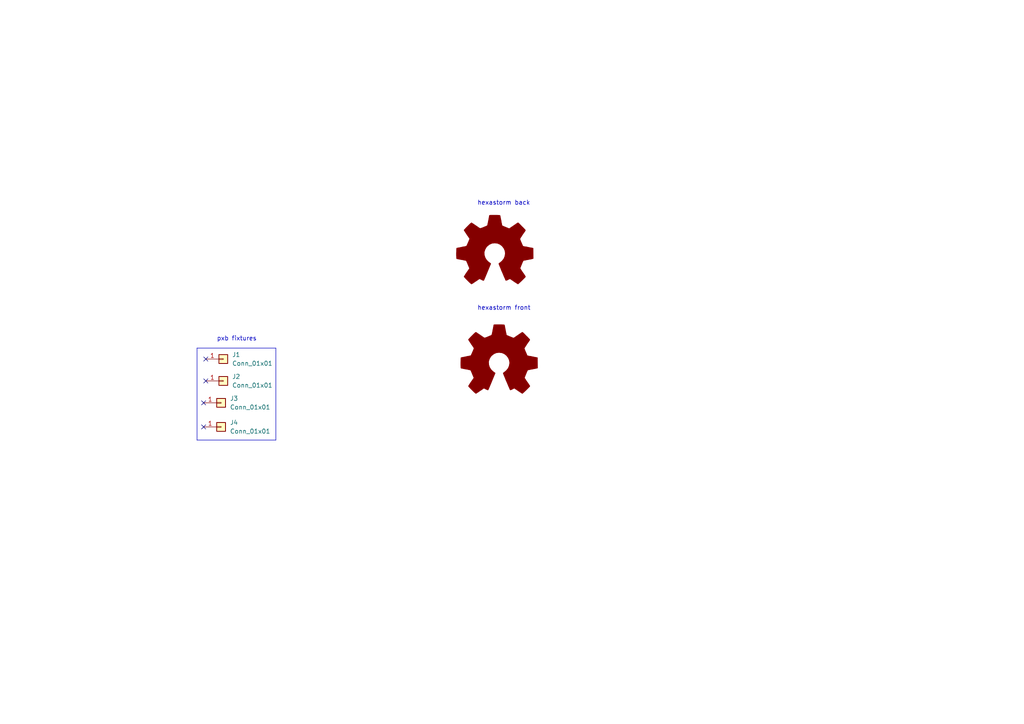
<source format=kicad_sch>
(kicad_sch (version 20230121) (generator eeschema)
  (paper "A4")
  (lib_symbols
    (symbol "Connector_Generic:Conn_01x01" (pin_names (offset 1.016) hide)
      (property "Reference" "J" (at 0 2.54 0))
      (property "Value" "Conn_01x01" (at 0 -2.54 0))
      (symbol "Conn_01x01_1_1"
        (rectangle (start -1.27 0.127) (end 0 -0.127) (stroke (width 0.1524)))
        (rectangle (start -1.27 1.27) (end 1.27 -1.27) (stroke (width 0.254)) (fill (type background)))
        (pin passive line (at -5.08 0 0) (length 3.81) (name "Pin_1") (number "1"))
      )
    )
    (symbol "Graphic:Logo_Open_Hardware_Large" (pin_names (offset 1.016))
      (symbol "Logo_Open_Hardware_Large_1_1"
        (polyline (pts (xy 6.731 -8.7122) (xy 6.6294 -8.6614) (xy 6.35 -8.4836) (xy 5.9944 -8.255) (xy 5.5372 -7.9502) (xy 5.1054 -7.6454) (xy 4.7498 -7.4168) (xy 4.4958 -7.239) (xy 4.3942 -7.1882) (xy 4.318 -7.2136) (xy 4.1148 -7.3152) (xy 3.81 -7.4676) (xy 3.6322 -7.5692) (xy 3.3528 -7.6708) (xy 3.2258 -7.6962) (xy 3.2004 -7.6708) (xy 3.0988 -7.4676) (xy 2.9464 -7.0866) (xy 2.7178 -6.604) (xy 2.4892 -6.0452) (xy 2.2352 -5.4356) (xy 1.9558 -4.826) (xy 1.7272 -4.2164) (xy 1.4986 -3.683) (xy 1.3208 -3.2512) (xy 1.2192 -2.9464) (xy 1.1684 -2.8194) (xy 1.1938 -2.794) (xy 1.3208 -2.667) (xy 1.5748 -2.4892) (xy 2.0828 -2.0574) (xy 2.6162 -1.397) (xy 2.921 -0.6604) (xy 3.048 0.1524) (xy 2.9464 0.9144) (xy 2.6416 1.6256) (xy 2.1336 2.286) (xy 1.524 2.7686) (xy 0.8128 3.0734) (xy 0 3.175) (xy -0.762 3.0988) (xy -1.4986 2.794) (xy -2.159 2.286) (xy -2.4384 1.9812) (xy -2.8194 1.3208) (xy -3.048 0.6096) (xy -3.0734 0.4318) (xy -3.0226 -0.3556) (xy -2.794 -1.0922) (xy -2.3876 -1.7526) (xy -1.8288 -2.3114) (xy -1.7526 -2.3622) (xy -1.4732 -2.5654) (xy -1.2954 -2.6924) (xy -1.1684 -2.8194) (xy -2.159 -5.207) (xy -2.3114 -5.588) (xy -2.5908 -6.2484) (xy -2.8194 -6.8072) (xy -3.0226 -7.2644) (xy -3.1496 -7.5692) (xy -3.2258 -7.6708) (xy -3.2258 -7.6962) (xy -3.302 -7.6962) (xy -3.4798 -7.6454) (xy -3.8354 -7.4676) (xy -4.0386 -7.366) (xy -4.2926 -7.239) (xy -4.4196 -7.1882) (xy -4.5212 -7.239) (xy -4.7498 -7.3914) (xy -5.1054 -7.6454) (xy -5.5372 -7.9248) (xy -5.9436 -8.2042) (xy -6.3246 -8.4582) (xy -6.604 -8.636) (xy -6.731 -8.7122) (xy -6.7564 -8.7122) (xy -6.858 -8.636) (xy -7.0866 -8.4582) (xy -7.4168 -8.1534) (xy -7.874 -7.6962) (xy -7.9502 -7.62) (xy -8.3312 -7.239) (xy -8.636 -6.9088) (xy -8.8392 -6.6802) (xy -8.9154 -6.5786) (xy -8.9154 -6.5786) (xy -8.8392 -6.4516) (xy -8.6614 -6.1722) (xy -8.4328 -5.7912) (xy -8.128 -5.3594) (xy -7.3152 -4.191) (xy -7.7724 -3.0988) (xy -7.8994 -2.7686) (xy -8.0772 -2.3622) (xy -8.2042 -2.0828) (xy -8.255 -1.9558) (xy -8.382 -1.905) (xy -8.6614 -1.8542) (xy -9.0932 -1.7526) (xy -9.6266 -1.651) (xy -10.1092 -1.5748) (xy -10.541 -1.4732) (xy -10.8712 -1.4224) (xy -11.0236 -1.397) (xy -11.049 -1.3716) (xy -11.0744 -1.2954) (xy -11.0998 -1.143) (xy -11.0998 -0.889) (xy -11.1252 -0.4572) (xy -11.1252 0.1524) (xy -11.1252 0.2286) (xy -11.0998 0.8128) (xy -11.0998 1.27) (xy -11.0744 1.5494) (xy -11.0744 1.6764) (xy -11.0744 1.6764) (xy -10.922 1.7018) (xy -10.6172 1.778) (xy -10.16 1.8542) (xy -9.652 1.9558) (xy -9.6012 1.9812) (xy -9.0932 2.0828) (xy -8.636 2.159) (xy -8.3312 2.2352) (xy -8.2042 2.286) (xy -8.1788 2.3114) (xy -8.0772 2.5146) (xy -7.9248 2.8448) (xy -7.747 3.2512) (xy -7.5692 3.6576) (xy -7.4168 4.0386) (xy -7.3152 4.318) (xy -7.2898 4.445) (xy -7.2898 4.445) (xy -7.366 4.572) (xy -7.5438 4.826) (xy -7.7978 5.207) (xy -8.128 5.6642) (xy -8.128 5.6896) (xy -8.4328 6.1468) (xy -8.6868 6.5278) (xy -8.8392 6.7818) (xy -8.9154 6.9088) (xy -8.9154 6.9088) (xy -8.8138 7.0358) (xy -8.5852 7.2898) (xy -8.255 7.6454) (xy -7.874 8.0264) (xy -7.747 8.1534) (xy -7.3152 8.5852) (xy -7.0104 8.8646) (xy -6.8326 8.9916) (xy -6.731 9.0424) (xy -6.731 9.0424) (xy -6.604 8.9408) (xy -6.3246 8.763) (xy -5.9436 8.509) (xy -5.4864 8.2042) (xy -5.461 8.1788) (xy -5.0038 7.874) (xy -4.6482 7.62) (xy -4.3688 7.4422) (xy -4.2672 7.3914) (xy -4.2418 7.3914) (xy -4.064 7.4422) (xy -3.7338 7.5438) (xy -3.3528 7.6962) (xy -2.9464 7.874) (xy -2.5654 8.0264) (xy -2.286 8.1534) (xy -2.159 8.2296) (xy -2.159 8.2296) (xy -2.1082 8.382) (xy -2.032 8.7122) (xy -1.9304 9.1694) (xy -1.8288 9.7282) (xy -1.8034 9.8044) (xy -1.7018 10.3378) (xy -1.6256 10.7696) (xy -1.5748 11.0744) (xy -1.524 11.2014) (xy -1.4478 11.2268) (xy -1.1938 11.2522) (xy -0.8128 11.2522) (xy -0.3302 11.2522) (xy 0.1524 11.2522) (xy 0.6604 11.2522) (xy 1.0668 11.2268) (xy 1.3716 11.2014) (xy 1.4986 11.176) (xy 1.4986 11.176) (xy 1.5494 11.0236) (xy 1.6256 10.6934) (xy 1.7018 10.2108) (xy 1.8288 9.6774) (xy 1.8288 9.5758) (xy 1.9304 9.0424) (xy 2.032 8.6106) (xy 2.0828 8.3058) (xy 2.1336 8.2042) (xy 2.159 8.1788) (xy 2.3876 8.0772) (xy 2.7432 7.9248) (xy 3.175 7.747) (xy 4.191 7.3406) (xy 5.461 8.2042) (xy 5.5626 8.2804) (xy 6.0198 8.5852) (xy 6.3754 8.8392) (xy 6.6294 8.9916) (xy 6.7564 9.0424) (xy 6.7564 9.0424) (xy 6.8834 8.9408) (xy 7.1374 8.7122) (xy 7.4676 8.382) (xy 7.8486 7.9756) (xy 8.1534 7.6962) (xy 8.4836 7.3406) (xy 8.7122 7.112) (xy 8.8392 6.9596) (xy 8.8646 6.858) (xy 8.8646 6.8072) (xy 8.7884 6.6802) (xy 8.6106 6.4008) (xy 8.3312 6.0198) (xy 8.0264 5.588) (xy 7.7978 5.207) (xy 7.5184 4.8006) (xy 7.3406 4.4958) (xy 7.2898 4.3434) (xy 7.2898 4.2926) (xy 7.3914 4.0386) (xy 7.5184 3.683) (xy 7.7216 3.2258) (xy 8.1534 2.2352) (xy 8.7884 2.1082) (xy 9.1948 2.0574) (xy 9.7536 1.9304) (xy 10.2616 1.8288) (xy 11.0998 1.6764) (xy 11.1252 -1.3208) (xy 10.9982 -1.3716) (xy 10.8712 -1.397) (xy 10.5664 -1.4732) (xy 10.1346 -1.5494) (xy 9.6266 -1.651) (xy 9.1948 -1.7272) (xy 8.7376 -1.8288) (xy 8.4328 -1.8796) (xy 8.2804 -1.905) (xy 8.255 -1.9558) (xy 8.1534 -2.159) (xy 7.9756 -2.5146) (xy 7.8232 -2.921) (xy 7.6454 -3.3274) (xy 7.493 -3.7338) (xy 7.366 -4.0132) (xy 7.3406 -4.191) (xy 7.3914 -4.2926) (xy 7.5692 -4.5466) (xy 7.7978 -4.9276) (xy 8.1026 -5.3594) (xy 8.4074 -5.7912) (xy 8.6614 -6.1722) (xy 8.8138 -6.4262) (xy 8.89 -6.5532) (xy 8.8646 -6.6548) (xy 8.6868 -6.858) (xy 8.3566 -7.1882) (xy 7.874 -7.6708) (xy 7.7978 -7.747) (xy 7.3914 -8.128) (xy 7.0612 -8.4328) (xy 6.8326 -8.636) (xy 6.731 -8.7122)) (fill (type outline)))
      )
    )
  )
  (no_connect (at 59.69 104.14))
  (no_connect (at 59.69 110.49))
  (no_connect (at 59.055 116.84))
  (no_connect (at 59.055 123.825))
  (polyline (pts (xy 57.15 127.635) (xy 80.01 127.635)))
  (polyline (pts (xy 57.15 100.965) (xy 80.01 100.965)))
  (polyline (pts (xy 80.01 127.635) (xy 80.01 100.965)))
  (polyline (pts (xy 57.15 100.965) (xy 57.15 127.635)))
  (text "pxb fixtures" (at 62.865 99.06 0) (effects (font (size 1.27 1.27)) (justify left bottom)))
  (text "hexastorm front" (at 138.43 90.17 0) (effects (font (size 1.27 1.27)) (justify left bottom)))
  (text "hexastorm back" (at 138.43 59.69 0) (effects (font (size 1.27 1.27)) (justify left bottom)))
  (symbol (lib_id "Graphic:Logo_Open_Hardware_Large") (at 144.78 105.41 0) (unit 1)
    (property "Reference" "L1" (effects hide))
    (property "Value" "Logo_Open_Hardware_Large" (effects hide))
    (property "Footprint" "footprints:hexastorm" (effects hide))
  )
  (symbol (lib_id "Graphic:Logo_Open_Hardware_Large") (at 143.51 73.66 0) (unit 1)
    (property "Reference" "L2" (effects hide))
    (property "Value" "Logo_Open_Hardware_Large" (effects hide))
    (property "Footprint" "footprints:hexastorm" (effects hide))
  )
  (symbol (lib_id "Connector_Generic:Conn_01x01") (at 64.135 123.825 0) (unit 1)
    (property "Reference" "J4" (at 66.675 122.555 0) (effects (justify left)))
    (property "Value" "Conn_01x01" (at 66.675 125.095 0) (effects (justify left)))
    (property "Footprint" "footprints:TestPoint_Pad_2.0x2.0mm_nosilk" (effects hide))
  )
  (symbol (lib_id "Connector_Generic:Conn_01x01") (at 64.135 116.84 0) (unit 1)
    (property "Reference" "J3" (at 66.675 115.57 0) (effects (justify left)))
    (property "Value" "Conn_01x01" (at 66.675 118.11 0) (effects (justify left)))
    (property "Footprint" "footprints:TestPoint_Pad_2.0x2.0mm_nosilk" (effects hide))
  )
  (symbol (lib_id "Connector_Generic:Conn_01x01") (at 64.77 110.49 0) (unit 1)
    (property "Reference" "J2" (at 67.31 109.22 0) (effects (justify left)))
    (property "Value" "Conn_01x01" (at 67.31 111.76 0) (effects (justify left)))
    (property "Footprint" "footprints:TestPoint_Pad_2.0x2.0mm_nosilk" (effects hide))
  )
  (symbol (lib_id "Connector_Generic:Conn_01x01") (at 64.77 104.14 0) (unit 1)
    (property "Reference" "J1" (at 67.31 102.87 0) (effects (justify left)))
    (property "Value" "Conn_01x01" (at 67.31 105.41 0) (effects (justify left)))
    (property "Footprint" "footprints:TestPoint_Pad_2.0x2.0mm_nosilk" (effects hide))
  )
)
</source>
